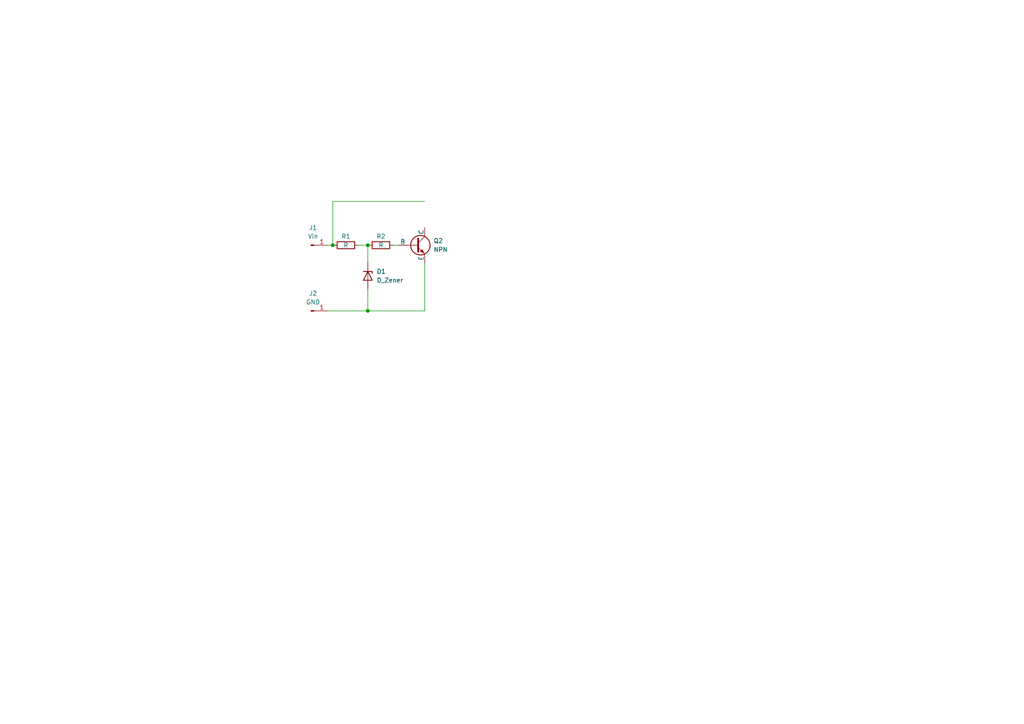
<source format=kicad_sch>
(kicad_sch (version 20230121) (generator eeschema)
  (paper "A4")
  (lib_symbols
    (symbol "Connector:Conn_01x01_Pin" (pin_names (offset 1.016) hide)
      (property "Reference" "J" (at 0 2.54 0))
      (property "Value" "Conn_01x01_Pin" (at 0 -2.54 0))
      (symbol "Conn_01x01_Pin_1_1"
        (polyline (pts (xy 1.27 0) (xy 0.8636 0)) (stroke (width 0.1524)))
        (rectangle (start 0.8636 0.127) (end 0 -0.127) (stroke (width 0.1524)) (fill (type outline)))
        (pin passive line (at 5.08 0 180) (length 3.81) (name "Pin_1") (number "1"))
      )
    )
    (symbol "Device:D_Zener" (pin_numbers hide) (pin_names (offset 1.016) hide)
      (property "Reference" "D" (at 0 2.54 0))
      (property "Value" "D_Zener" (at 0 -2.54 0))
      (symbol "D_Zener_0_1"
        (polyline (pts (xy 1.27 0) (xy -1.27 0)))
        (polyline (pts (xy -1.27 -1.27) (xy -1.27 1.27) (xy -0.762 1.27)) (stroke (width 0.254)))
        (polyline (pts (xy 1.27 -1.27) (xy 1.27 1.27) (xy -1.27 0) (xy 1.27 -1.27)) (stroke (width 0.254)))
      )
      (symbol "D_Zener_1_1"
        (pin passive line (at -3.81 0 0) (length 2.54) (name "K") (number "1"))
        (pin passive line (at 3.81 0 180) (length 2.54) (name "A") (number "2"))
      )
    )
    (symbol "Device:R" (pin_numbers hide) (pin_names (offset 0))
      (property "Reference" "R" (at 2.032 0 90))
      (property "Value" "R" (at 0 0 90))
      (symbol "R_0_1"
        (rectangle (start -1.016 -2.54) (end 1.016 2.54) (stroke (width 0.254)))
      )
      (symbol "R_1_1"
        (pin passive line (at 0 3.81 270) (length 1.27) (name "~") (number "1"))
        (pin passive line (at 0 -3.81 90) (length 1.27) (name "~") (number "2"))
      )
    )
    (symbol "Simulation_SPICE:NPN" (pin_numbers hide) (pin_names (offset 0))
      (property "Reference" "Q" (at -2.54 7.62 0))
      (property "Value" "NPN" (at -2.54 5.08 0))
      (symbol "NPN_0_1"
        (polyline (pts (xy -2.54 0) (xy 0.635 0)) (stroke (width 0.1524)))
        (polyline (pts (xy 0.635 0.635) (xy 2.54 2.54)))
        (polyline (pts (xy 2.794 -1.27) (xy 2.794 -1.27)) (stroke (width 0.1524)))
        (polyline (pts (xy 2.794 -1.27) (xy 2.794 -1.27)) (stroke (width 0.1524)))
        (polyline (pts (xy 0.635 -0.635) (xy 2.54 -2.54) (xy 2.54 -2.54)))
        (polyline (pts (xy 0.635 1.905) (xy 0.635 -1.905) (xy 0.635 -1.905)) (stroke (width 0.508)))
        (polyline (pts (xy 1.27 -1.778) (xy 1.778 -1.27) (xy 2.286 -2.286) (xy 1.27 -1.778) (xy 1.27 -1.778)) (fill (type outline)))
        (circle (center 1.27 0) (radius 2.8194) (stroke (width 0.254)))
      )
      (symbol "NPN_1_1"
        (pin open_collector line (at 2.54 5.08 270) (length 2.54) (name "C") (number "1"))
        (pin input line (at -5.08 0 0) (length 2.54) (name "B") (number "2"))
        (pin open_emitter line (at 2.54 -5.08 90) (length 2.54) (name "E") (number "3"))
      )
    )
  )
  (junction (at 106.68 90.17))
  (junction (at 106.68 71.12))
  (junction (at 96.52 71.12))
  (wire (pts (xy 106.68 71.12) (xy 104.14 71.12)))
  (wire (pts (xy 106.68 90.17) (xy 123.19 90.17)))
  (wire (pts (xy 106.68 83.82) (xy 106.68 90.17)))
  (wire (pts (xy 96.52 58.42) (xy 123.19 58.42)))
  (wire (pts (xy 123.19 76.2) (xy 123.19 90.17)))
  (wire (pts (xy 96.52 58.42) (xy 96.52 71.12)))
  (wire (pts (xy 95.25 90.17) (xy 106.68 90.17)))
  (wire (pts (xy 114.3 71.12) (xy 115.57 71.12)))
  (wire (pts (xy 106.68 76.2) (xy 106.68 71.12)))
  (wire (pts (xy 95.25 71.12) (xy 96.52 71.12)))
  (symbol (lib_id "Connector:Conn_01x01_Pin") (at 90.17 90.17 0) (unit 1)
    (property "Reference" "J2" (at 90.805 85.09 0))
    (property "Value" "GND" (at 90.805 87.63 0))
  )
  (symbol (lib_id "Connector:Conn_01x01_Pin") (at 90.17 71.12 0) (unit 1)
    (property "Reference" "J1" (at 90.805 66.04 0))
    (property "Value" "Vin" (at 90.805 68.58 0))
  )
  (symbol (lib_id "Simulation_SPICE:NPN") (at 120.65 71.12 0) (unit 1)
    (property "Reference" "Q2" (at 125.73 69.85 0) (effects (justify left)))
    (property "Value" "NPN" (at 125.73 72.39 0) (effects (justify left)))
    (property "Sim.Device" "NPN" (effects hide))
    (property "Sim.Type" "GUMMELPOON" (effects hide))
    (property "Sim.Pins" "1=C 2=B 3=E" (effects hide))
  )
  (symbol (lib_id "Device:R") (at 110.49 71.12 90) (unit 1)
    (property "Reference" "R2" (at 110.49 68.58 90))
    (property "Value" "R" (at 110.49 71.12 90))
  )
  (symbol (lib_id "Device:D_Zener") (at 106.68 80.01 270) (unit 1)
    (property "Reference" "D1" (at 109.22 78.74 90) (effects (justify left)))
    (property "Value" "D_Zener" (at 109.22 81.28 90) (effects (justify left)))
  )
  (symbol (lib_id "Device:R") (at 100.33 71.12 90) (unit 1)
    (property "Reference" "R1" (at 100.33 68.58 90))
    (property "Value" "R" (at 100.33 71.12 90))
  )
)
</source>
